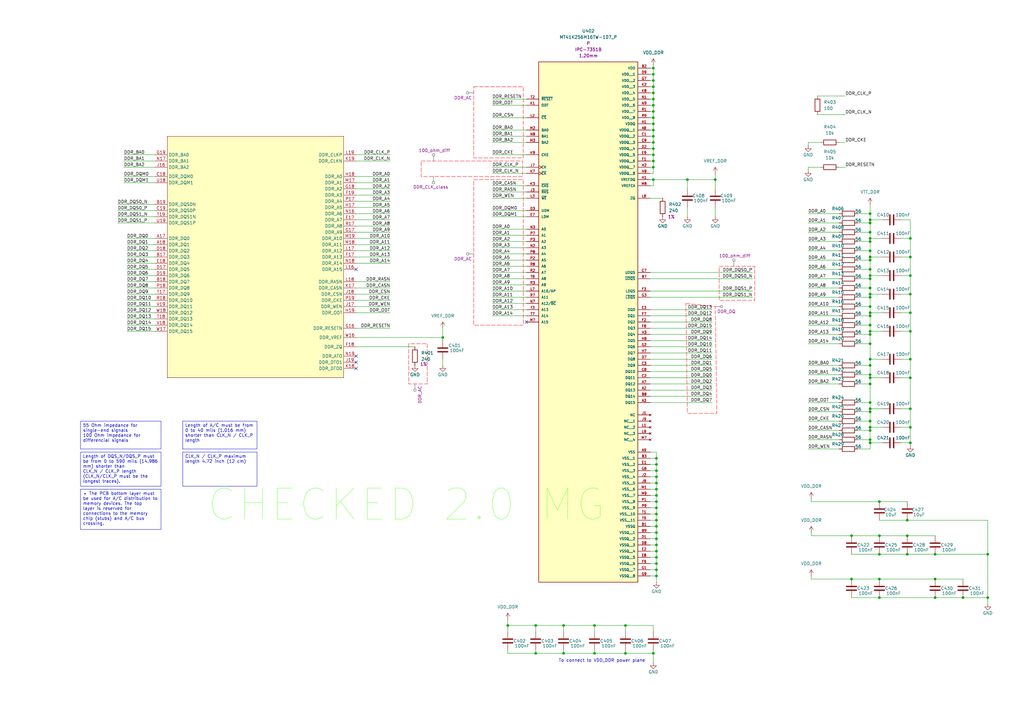
<source format=kicad_sch>
(kicad_sch (version 20250114) (generator "eeschema") (generator_version "9.0")
  (paper "A3")
  (title_block (title "DECKTRIX") (company "DECKTRIX-LAB") (comment 1 "Author: Mykola Grodskyi") (comment 2 "Copyright © 2025 Mykola Grodskyi.") (comment 3 "Licensed under CERN-OHL-S v2 (see LICENSE for details)") (comment 4 "PROVIDED \"AS IS\" WITHOUT WARRANTY OF ANY KIND") (comment 5 "Source: https://github.com/Decktrix-Lab/decktrix"))
  (text "To connect to VDD_DDR power plane" (at 246.888 271.018 0) (effects (font (size 1.27 1.27))))
  (text "CHECKED 2.0 MG\n" (at 166.624 207.264 0) (effects (font (size 12.7 12.7))))
  (text_box "Length of DQS_N/DQS_P must be from 0 to 590 mils (14.986 mm) shorter than\nCLK_N / CLK_P length (CLK_N/CLK_P must be the longest traces)." (at 33.02 185.42 0) (size 33.02 13.97) (margins 0.9525 0.9525 0.9525 0.9525) (effects (font (size 1.27 1.27)) (justify left top)))
  (text_box "• The PCB bottom layer must be used for A/C distribution to memory devices. The top\nlayer is reserved for connections to the memory chip (stubs) and A/C bus crossing." (at 33.02 200.66 0) (size 33.02 16.51) (margins 0.9525 0.9525 0.9525 0.9525) (effects (font (size 1.27 1.27)) (justify left top)))
  (text_box "CLK_N / CLK_P maximum length 4.72 inch (12 cm)" (at 74.93 185.42 0) (size 30.48 13.97) (margins 0.9525 0.9525 0.9525 0.9525) (effects (font (size 1.27 1.27)) (justify left top)))
  (text_box "55 Ohm impedance for single-end signals\n100 Ohm impedance for differencial signals" (at 33.02 172.72 0) (size 33.02 11.43) (margins 0.9525 0.9525 0.9525 0.9525) (effects (font (size 1.27 1.27)) (justify left top)))
  (text_box "Length of A/C must be from 0 to 40 mils (1.016 mm) shorter than CLK_N / CLK_P\nlength \n" (at 74.93 172.72 0) (size 30.48 11.43) (margins 0.9525 0.9525 0.9525 0.9525) (effects (font (size 1.27 1.27)) (justify left top)))
  (junction (at 267.97 60.96))
  (junction (at 356.87 172.72))
  (junction (at 269.24 193.04))
  (junction (at 269.24 233.68))
  (junction (at 267.97 73.66))
  (junction (at 269.24 200.66))
  (junction (at 373.38 181.61))
  (junction (at 349.25 237.49))
  (junction (at 356.87 165.1))
  (junction (at 269.24 205.74))
  (junction (at 269.24 187.96))
  (junction (at 231.14 256.54))
  (junction (at 269.24 223.52))
  (junction (at 269.24 210.82))
  (junction (at 356.87 106.68))
  (junction (at 373.38 135.89))
  (junction (at 267.97 68.58))
  (junction (at 267.97 27.94))
  (junction (at 394.97 245.11))
  (junction (at 356.87 168.91))
  (junction (at 356.87 181.61))
  (junction (at 356.87 133.35))
  (junction (at 356.87 97.79))
  (junction (at 356.87 95.25))
  (junction (at 256.54 267.97))
  (junction (at 293.37 73.66))
  (junction (at 356.87 118.11))
  (junction (at 360.68 219.71))
  (junction (at 219.71 256.54))
  (junction (at 373.38 154.94))
  (junction (at 356.87 147.32))
  (junction (at 267.97 35.56))
  (junction (at 373.38 120.65))
  (junction (at 383.54 227.33))
  (junction (at 269.24 220.98))
  (junction (at 383.54 245.11))
  (junction (at 269.24 208.28))
  (junction (at 356.87 175.26))
  (junction (at 267.97 66.04))
  (junction (at 269.24 195.58))
  (junction (at 356.87 128.27))
  (junction (at 349.25 219.71))
  (junction (at 181.61 138.43))
  (junction (at 356.87 110.49))
  (junction (at 356.87 157.48))
  (junction (at 356.87 167.64))
  (junction (at 372.11 227.33))
  (junction (at 243.84 267.97))
  (junction (at 356.87 87.63))
  (junction (at 267.97 40.64))
  (junction (at 373.38 147.32))
  (junction (at 269.24 198.12))
  (junction (at 373.38 113.03))
  (junction (at 269.24 226.06))
  (junction (at 372.11 213.36))
  (junction (at 243.84 256.54))
  (junction (at 360.68 205.74))
  (junction (at 373.38 128.27))
  (junction (at 267.97 45.72))
  (junction (at 356.87 154.94))
  (junction (at 356.87 114.3))
  (junction (at 373.38 97.79))
  (junction (at 269.24 231.14))
  (junction (at 356.87 113.03))
  (junction (at 269.24 190.5))
  (junction (at 267.97 63.5))
  (junction (at 269.24 218.44))
  (junction (at 356.87 129.54))
  (junction (at 383.54 237.49))
  (junction (at 267.97 30.48))
  (junction (at 356.87 149.86))
  (junction (at 405.13 227.33))
  (junction (at 356.87 90.17))
  (junction (at 360.68 227.33))
  (junction (at 372.11 219.71))
  (junction (at 356.87 99.06))
  (junction (at 267.97 267.97))
  (junction (at 267.97 50.8))
  (junction (at 373.38 175.26))
  (junction (at 356.87 105.41))
  (junction (at 269.24 228.6))
  (junction (at 267.97 43.18))
  (junction (at 269.24 215.9))
  (junction (at 373.38 167.64))
  (junction (at 267.97 33.02))
  (junction (at 256.54 256.54))
  (junction (at 356.87 120.65))
  (junction (at 281.94 73.66))
  (junction (at 208.28 256.54))
  (junction (at 360.68 245.11))
  (junction (at 356.87 125.73))
  (junction (at 356.87 137.16))
  (junction (at 267.97 53.34))
  (junction (at 269.24 203.2))
  (junction (at 356.87 180.34))
  (junction (at 269.24 213.36))
  (junction (at 356.87 140.97))
  (junction (at 373.38 105.41))
  (junction (at 267.97 38.1))
  (junction (at 219.71 267.97))
  (junction (at 269.24 236.22))
  (junction (at 267.97 48.26))
  (junction (at 267.97 58.42))
  (junction (at 231.14 267.97))
  (junction (at 360.68 237.49))
  (junction (at 356.87 91.44))
  (junction (at 356.87 153.67))
  (junction (at 356.87 176.53))
  (junction (at 405.13 245.11))
  (junction (at 356.87 102.87))
  (junction (at 356.87 121.92))
  (junction (at 267.97 55.88))
  (junction (at 356.87 135.89))
  (no_connect (at 146.05 110.49))
  (no_connect (at 215.9 132.08))
  (no_connect (at 146.05 148.59))
  (no_connect (at 146.05 151.13))
  (no_connect (at 146.05 146.05))
  (wire (pts (xy 269.24 205.74) (xy 269.24 208.28)))
  (wire (pts (xy 52.07 130.81) (xy 63.5 130.81)))
  (wire (pts (xy 331.47 184.15) (xy 344.17 184.15)))
  (wire (pts (xy 373.38 97.79) (xy 373.38 105.41)))
  (wire (pts (xy 281.94 73.66) (xy 281.94 77.47)))
  (wire (pts (xy 269.24 193.04) (xy 269.24 195.58)))
  (wire (pts (xy 52.07 115.57) (xy 63.5 115.57)))
  (wire (pts (xy 356.87 180.34) (xy 356.87 181.61)))
  (wire (pts (xy 356.87 95.25) (xy 356.87 97.79)))
  (wire (pts (xy 201.93 101.6) (xy 215.9 101.6)))
  (wire (pts (xy 256.54 256.54) (xy 256.54 259.08)))
  (wire (pts (xy 361.95 181.61) (xy 356.87 181.61)))
  (wire (pts (xy 383.54 245.11) (xy 394.97 245.11)))
  (wire (pts (xy 356.87 99.06) (xy 356.87 102.87)))
  (wire (pts (xy 360.68 245.11) (xy 383.54 245.11)))
  (wire (pts (xy 356.87 90.17) (xy 356.87 91.44)))
  (wire (pts (xy 266.7 149.86) (xy 292.1 149.86)))
  (wire (pts (xy 160.02 66.04) (xy 146.05 66.04)))
  (wire (pts (xy 267.97 30.48) (xy 267.97 33.02)))
  (wire (pts (xy 356.87 87.63) (xy 356.87 90.17)))
  (wire (pts (xy 331.47 176.53) (xy 344.17 176.53)))
  (wire (pts (xy 267.97 267.97) (xy 267.97 271.78)))
  (wire (pts (xy 356.87 114.3) (xy 351.79 114.3)))
  (wire (pts (xy 269.24 208.28) (xy 266.7 208.28)))
  (wire (pts (xy 356.87 106.68) (xy 356.87 110.49)))
  (wire (pts (xy 266.7 129.54) (xy 292.1 129.54)))
  (wire (pts (xy 331.47 68.58) (xy 336.55 68.58)))
  (wire (pts (xy 331.47 137.16) (xy 344.17 137.16)))
  (wire (pts (xy 373.38 135.89) (xy 373.38 147.32)))
  (wire (pts (xy 356.87 118.11) (xy 351.79 118.11)))
  (wire (pts (xy 269.24 198.12) (xy 266.7 198.12)))
  (wire (pts (xy 356.87 140.97) (xy 356.87 147.32)))
  (wire (pts (xy 269.24 213.36) (xy 269.24 215.9)))
  (wire (pts (xy 356.87 176.53) (xy 356.87 180.34)))
  (wire (pts (xy 356.87 97.79) (xy 356.87 99.06)))
  (wire (pts (xy 356.87 137.16) (xy 351.79 137.16)))
  (wire (pts (xy 269.24 226.06) (xy 266.7 226.06)))
  (wire (pts (xy 52.07 102.87) (xy 63.5 102.87)))
  (wire (pts (xy 48.26 86.36) (xy 63.5 86.36)))
  (wire (pts (xy 361.95 120.65) (xy 356.87 120.65)))
  (wire (pts (xy 356.87 110.49) (xy 351.79 110.49)))
  (wire (pts (xy 360.68 213.36) (xy 372.11 213.36)))
  (wire (pts (xy 361.95 97.79) (xy 356.87 97.79)))
  (wire (pts (xy 356.87 180.34) (xy 351.79 180.34)))
  (wire (pts (xy 160.02 102.87) (xy 146.05 102.87)))
  (wire (pts (xy 356.87 165.1) (xy 356.87 167.64)))
  (wire (pts (xy 373.38 128.27) (xy 369.57 128.27)))
  (wire (pts (xy 269.24 200.66) (xy 266.7 200.66)))
  (wire (pts (xy 266.7 139.7) (xy 292.1 139.7)))
  (wire (pts (xy 331.47 58.42) (xy 336.55 58.42)))
  (wire (pts (xy 372.11 227.33) (xy 383.54 227.33)))
  (wire (pts (xy 356.87 87.63) (xy 351.79 87.63)))
  (wire (pts (xy 356.87 129.54) (xy 356.87 133.35)))
  (wire (pts (xy 267.97 40.64) (xy 267.97 43.18)))
  (wire (pts (xy 201.93 86.36) (xy 215.9 86.36)))
  (wire (pts (xy 160.02 118.11) (xy 146.05 118.11)))
  (wire (pts (xy 267.97 43.18) (xy 267.97 45.72)))
  (wire (pts (xy 52.07 135.89) (xy 63.5 135.89)))
  (wire (pts (xy 394.97 245.11) (xy 405.13 245.11)))
  (wire (pts (xy 48.26 91.44) (xy 63.5 91.44)))
  (wire (pts (xy 383.54 237.49) (xy 394.97 237.49)))
  (wire (pts (xy 160.02 95.25) (xy 146.05 95.25)))
  (wire (pts (xy 266.7 157.48) (xy 292.1 157.48)))
  (wire (pts (xy 52.07 128.27) (xy 63.5 128.27)))
  (wire (pts (xy 267.97 27.94) (xy 266.7 27.94)))
  (wire (pts (xy 405.13 245.11) (xy 405.13 247.65)))
  (wire (pts (xy 269.24 195.58) (xy 266.7 195.58)))
  (wire (pts (xy 269.24 220.98) (xy 266.7 220.98)))
  (wire (pts (xy 266.7 134.62) (xy 292.1 134.62)))
  (wire (pts (xy 201.93 121.92) (xy 215.9 121.92)))
  (wire (pts (xy 267.97 68.58) (xy 267.97 71.12)))
  (wire (pts (xy 267.97 33.02) (xy 266.7 33.02)))
  (wire (pts (xy 269.24 185.42) (xy 269.24 187.96)))
  (wire (pts (xy 266.7 119.38) (xy 308.61 119.38)))
  (wire (pts (xy 269.24 223.52) (xy 266.7 223.52)))
  (wire (pts (xy 349.25 219.71) (xy 360.68 219.71)))
  (wire (pts (xy 269.24 220.98) (xy 269.24 223.52)))
  (wire (pts (xy 267.97 26.67) (xy 267.97 27.94)))
  (wire (pts (xy 267.97 55.88) (xy 266.7 55.88)))
  (wire (pts (xy 331.47 59.69) (xy 331.47 58.42)))
  (wire (pts (xy 372.11 219.71) (xy 383.54 219.71)))
  (wire (pts (xy 160.02 125.73) (xy 146.05 125.73)))
  (wire (pts (xy 266.7 73.66) (xy 267.97 73.66)))
  (wire (pts (xy 267.97 55.88) (xy 267.97 58.42)))
  (wire (pts (xy 267.97 266.7) (xy 267.97 267.97)))
  (wire (pts (xy 243.84 266.7) (xy 243.84 267.97)))
  (wire (pts (xy 52.07 118.11) (xy 63.5 118.11)))
  (wire (pts (xy 160.02 120.65) (xy 146.05 120.65)))
  (wire (pts (xy 160.02 82.55) (xy 146.05 82.55)))
  (wire (pts (xy 269.24 208.28) (xy 269.24 210.82)))
  (wire (pts (xy 356.87 181.61) (xy 356.87 184.15)))
  (wire (pts (xy 50.8 63.5) (xy 63.5 63.5)))
  (wire (pts (xy 269.24 226.06) (xy 269.24 228.6)))
  (wire (pts (xy 266.7 162.56) (xy 292.1 162.56)))
  (wire (pts (xy 344.17 68.58) (xy 346.71 68.58)))
  (wire (pts (xy 266.7 160.02) (xy 292.1 160.02)))
  (wire (pts (xy 281.94 73.66) (xy 293.37 73.66)))
  (wire (pts (xy 266.7 114.3) (xy 308.61 114.3)))
  (wire (pts (xy 256.54 266.7) (xy 256.54 267.97)))
  (wire (pts (xy 208.28 266.7) (xy 208.28 267.97)))
  (wire (pts (xy 267.97 40.64) (xy 266.7 40.64)))
  (wire (pts (xy 269.24 187.96) (xy 269.24 190.5)))
  (wire (pts (xy 181.61 134.62) (xy 181.61 138.43)))
  (wire (pts (xy 160.02 77.47) (xy 146.05 77.47)))
  (wire (pts (xy 331.47 106.68) (xy 344.17 106.68)))
  (wire (pts (xy 269.24 231.14) (xy 269.24 233.68)))
  (wire (pts (xy 160.02 115.57) (xy 146.05 115.57)))
  (wire (pts (xy 208.28 254) (xy 208.28 256.54)))
  (wire (pts (xy 373.38 154.94) (xy 369.57 154.94)))
  (wire (pts (xy 267.97 53.34) (xy 266.7 53.34)))
  (wire (pts (xy 373.38 154.94) (xy 373.38 167.64)))
  (wire (pts (xy 372.11 213.36) (xy 405.13 213.36)))
  (wire (pts (xy 266.7 144.78) (xy 292.1 144.78)))
  (wire (pts (xy 331.47 110.49) (xy 344.17 110.49)))
  (wire (pts (xy 160.02 107.95) (xy 146.05 107.95)))
  (wire (pts (xy 405.13 227.33) (xy 405.13 245.11)))
  (wire (pts (xy 160.02 128.27) (xy 146.05 128.27)))
  (wire (pts (xy 266.7 137.16) (xy 292.1 137.16)))
  (wire (pts (xy 267.97 63.5) (xy 266.7 63.5)))
  (wire (pts (xy 201.93 88.9) (xy 215.9 88.9)))
  (wire (pts (xy 356.87 147.32) (xy 356.87 149.86)))
  (wire (pts (xy 269.24 193.04) (xy 266.7 193.04)))
  (wire (pts (xy 201.93 81.28) (xy 215.9 81.28)))
  (wire (pts (xy 201.93 99.06) (xy 215.9 99.06)))
  (wire (pts (xy 361.95 147.32) (xy 356.87 147.32)))
  (wire (pts (xy 331.47 102.87) (xy 344.17 102.87)))
  (wire (pts (xy 356.87 128.27) (xy 356.87 129.54)))
  (wire (pts (xy 373.38 167.64) (xy 369.57 167.64)))
  (wire (pts (xy 266.7 127) (xy 292.1 127)))
  (wire (pts (xy 269.24 210.82) (xy 266.7 210.82)))
  (wire (pts (xy 52.07 100.33) (xy 63.5 100.33)))
  (wire (pts (xy 160.02 90.17) (xy 146.05 90.17)))
  (wire (pts (xy 269.24 236.22) (xy 269.24 238.76)))
  (wire (pts (xy 349.25 227.33) (xy 360.68 227.33)))
  (wire (pts (xy 231.14 267.97) (xy 243.84 267.97)))
  (wire (pts (xy 331.47 125.73) (xy 344.17 125.73)))
  (wire (pts (xy 266.7 165.1) (xy 292.1 165.1)))
  (wire (pts (xy 356.87 110.49) (xy 356.87 113.03)))
  (wire (pts (xy 208.28 267.97) (xy 219.71 267.97)))
  (wire (pts (xy 373.38 128.27) (xy 373.38 135.89)))
  (wire (pts (xy 356.87 125.73) (xy 351.79 125.73)))
  (wire (pts (xy 48.26 88.9) (xy 63.5 88.9)))
  (wire (pts (xy 361.95 154.94) (xy 356.87 154.94)))
  (wire (pts (xy 160.02 97.79) (xy 146.05 97.79)))
  (wire (pts (xy 256.54 256.54) (xy 267.97 256.54)))
  (wire (pts (xy 201.93 96.52) (xy 215.9 96.52)))
  (wire (pts (xy 269.24 190.5) (xy 266.7 190.5)))
  (wire (pts (xy 331.47 149.86) (xy 344.17 149.86)))
  (wire (pts (xy 50.8 66.04) (xy 63.5 66.04)))
  (wire (pts (xy 356.87 167.64) (xy 356.87 168.91)))
  (wire (pts (xy 219.71 266.7) (xy 219.71 267.97)))
  (wire (pts (xy 356.87 154.94) (xy 356.87 157.48)))
  (wire (pts (xy 356.87 157.48) (xy 356.87 165.1)))
  (wire (pts (xy 349.25 245.11) (xy 360.68 245.11)))
  (wire (pts (xy 356.87 149.86) (xy 351.79 149.86)))
  (wire (pts (xy 373.38 147.32) (xy 369.57 147.32)))
  (wire (pts (xy 332.74 219.71) (xy 349.25 219.71)))
  (wire (pts (xy 269.24 228.6) (xy 266.7 228.6)))
  (wire (pts (xy 160.02 123.19) (xy 146.05 123.19)))
  (wire (pts (xy 351.79 95.25) (xy 356.87 95.25)))
  (wire (pts (xy 267.97 38.1) (xy 266.7 38.1)))
  (wire (pts (xy 266.7 81.28) (xy 271.78 81.28)))
  (wire (pts (xy 160.02 74.93) (xy 146.05 74.93)))
  (wire (pts (xy 219.71 256.54) (xy 231.14 256.54)))
  (wire (pts (xy 269.24 213.36) (xy 266.7 213.36)))
  (wire (pts (xy 269.24 215.9) (xy 266.7 215.9)))
  (wire (pts (xy 267.97 53.34) (xy 267.97 55.88)))
  (wire (pts (xy 356.87 129.54) (xy 351.79 129.54)))
  (wire (pts (xy 373.38 175.26) (xy 369.57 175.26)))
  (wire (pts (xy 356.87 157.48) (xy 351.79 157.48)))
  (wire (pts (xy 356.87 102.87) (xy 356.87 105.41)))
  (wire (pts (xy 243.84 256.54) (xy 256.54 256.54)))
  (wire (pts (xy 52.07 105.41) (xy 63.5 105.41)))
  (wire (pts (xy 373.38 175.26) (xy 373.38 181.61)))
  (wire (pts (xy 266.7 142.24) (xy 292.1 142.24)))
  (wire (pts (xy 332.74 236.22) (xy 332.74 237.49)))
  (wire (pts (xy 201.93 93.98) (xy 215.9 93.98)))
  (wire (pts (xy 201.93 104.14) (xy 215.9 104.14)))
  (wire (pts (xy 201.93 48.26) (xy 215.9 48.26)))
  (wire (pts (xy 201.93 116.84) (xy 215.9 116.84)))
  (wire (pts (xy 267.97 76.2) (xy 267.97 73.66)))
  (wire (pts (xy 361.95 175.26) (xy 356.87 175.26)))
  (wire (pts (xy 373.38 90.17) (xy 369.57 90.17)))
  (wire (pts (xy 181.61 139.7) (xy 181.61 138.43)))
  (wire (pts (xy 201.93 63.5) (xy 215.9 63.5)))
  (wire (pts (xy 293.37 73.66) (xy 293.37 77.47)))
  (wire (pts (xy 356.87 113.03) (xy 356.87 114.3)))
  (wire (pts (xy 50.8 72.39) (xy 63.5 72.39)))
  (wire (pts (xy 269.24 203.2) (xy 269.24 205.74)))
  (wire (pts (xy 331.47 95.25) (xy 344.17 95.25)))
  (wire (pts (xy 201.93 124.46) (xy 215.9 124.46)))
  (wire (pts (xy 201.93 43.18) (xy 215.9 43.18)))
  (wire (pts (xy 201.93 114.3) (xy 215.9 114.3)))
  (wire (pts (xy 160.02 85.09) (xy 146.05 85.09)))
  (wire (pts (xy 373.38 113.03) (xy 369.57 113.03)))
  (wire (pts (xy 269.24 198.12) (xy 269.24 200.66)))
  (wire (pts (xy 281.94 88.9) (xy 281.94 85.09)))
  (wire (pts (xy 373.38 181.61) (xy 369.57 181.61)))
  (wire (pts (xy 331.47 165.1) (xy 344.17 165.1)))
  (wire (pts (xy 356.87 176.53) (xy 351.79 176.53)))
  (wire (pts (xy 351.79 99.06) (xy 356.87 99.06)))
  (wire (pts (xy 269.24 185.42) (xy 266.7 185.42)))
  (wire (pts (xy 356.87 184.15) (xy 351.79 184.15)))
  (wire (pts (xy 266.7 147.32) (xy 292.1 147.32)))
  (wire (pts (xy 373.38 120.65) (xy 369.57 120.65)))
  (wire (pts (xy 201.93 76.2) (xy 215.9 76.2)))
  (wire (pts (xy 361.95 128.27) (xy 356.87 128.27)))
  (wire (pts (xy 201.93 71.12) (xy 215.9 71.12)))
  (wire (pts (xy 201.93 55.88) (xy 215.9 55.88)))
  (wire (pts (xy 267.97 58.42) (xy 266.7 58.42)))
  (wire (pts (xy 267.97 33.02) (xy 267.97 35.56)))
  (wire (pts (xy 201.93 53.34) (xy 215.9 53.34)))
  (wire (pts (xy 293.37 88.9) (xy 293.37 85.09)))
  (wire (pts (xy 267.97 35.56) (xy 267.97 38.1)))
  (wire (pts (xy 361.95 105.41) (xy 356.87 105.41)))
  (wire (pts (xy 335.28 39.37) (xy 346.71 39.37)))
  (wire (pts (xy 373.38 181.61) (xy 373.38 182.88)))
  (wire (pts (xy 373.38 167.64) (xy 373.38 175.26)))
  (wire (pts (xy 360.68 227.33) (xy 372.11 227.33)))
  (wire (pts (xy 267.97 58.42) (xy 267.97 60.96)))
  (wire (pts (xy 269.24 228.6) (xy 269.24 231.14)))
  (wire (pts (xy 52.07 107.95) (xy 63.5 107.95)))
  (wire (pts (xy 332.74 218.44) (xy 332.74 219.71)))
  (wire (pts (xy 269.24 233.68) (xy 266.7 233.68)))
  (wire (pts (xy 331.47 140.97) (xy 344.17 140.97)))
  (wire (pts (xy 356.87 120.65) (xy 356.87 121.92)))
  (wire (pts (xy 373.38 90.17) (xy 373.38 97.79)))
  (wire (pts (xy 269.24 203.2) (xy 266.7 203.2)))
  (wire (pts (xy 269.24 231.14) (xy 266.7 231.14)))
  (wire (pts (xy 373.38 135.89) (xy 369.57 135.89)))
  (wire (pts (xy 267.97 66.04) (xy 266.7 66.04)))
  (wire (pts (xy 331.47 91.44) (xy 344.17 91.44)))
  (wire (pts (xy 219.71 256.54) (xy 219.71 259.08)))
  (wire (pts (xy 146.05 138.43) (xy 181.61 138.43)))
  (wire (pts (xy 332.74 204.47) (xy 332.74 205.74)))
  (wire (pts (xy 52.07 110.49) (xy 63.5 110.49)))
  (wire (pts (xy 356.87 135.89) (xy 356.87 137.16)))
  (wire (pts (xy 373.38 147.32) (xy 373.38 154.94)))
  (wire (pts (xy 267.97 60.96) (xy 266.7 60.96)))
  (wire (pts (xy 269.24 205.74) (xy 266.7 205.74)))
  (wire (pts (xy 269.24 218.44) (xy 269.24 220.98)))
  (wire (pts (xy 256.54 267.97) (xy 267.97 267.97)))
  (wire (pts (xy 231.14 256.54) (xy 243.84 256.54)))
  (wire (pts (xy 267.97 259.08) (xy 267.97 256.54)))
  (wire (pts (xy 52.07 125.73) (xy 63.5 125.73)))
  (wire (pts (xy 356.87 121.92) (xy 351.79 121.92)))
  (wire (pts (xy 219.71 267.97) (xy 231.14 267.97)))
  (wire (pts (xy 361.95 113.03) (xy 356.87 113.03)))
  (wire (pts (xy 356.87 102.87) (xy 351.79 102.87)))
  (wire (pts (xy 160.02 80.01) (xy 146.05 80.01)))
  (wire (pts (xy 331.47 180.34) (xy 344.17 180.34)))
  (wire (pts (xy 331.47 129.54) (xy 344.17 129.54)))
  (wire (pts (xy 267.97 43.18) (xy 266.7 43.18)))
  (wire (pts (xy 361.95 135.89) (xy 356.87 135.89)))
  (wire (pts (xy 267.97 35.56) (xy 266.7 35.56)))
  (wire (pts (xy 331.47 172.72) (xy 344.17 172.72)))
  (wire (pts (xy 361.95 90.17) (xy 356.87 90.17)))
  (wire (pts (xy 201.93 40.64) (xy 215.9 40.64)))
  (wire (pts (xy 356.87 137.16) (xy 356.87 140.97)))
  (wire (pts (xy 331.47 118.11) (xy 344.17 118.11)))
  (wire (pts (xy 146.05 142.24) (xy 170.18 142.24)))
  (wire (pts (xy 373.38 97.79) (xy 369.57 97.79)))
  (wire (pts (xy 356.87 105.41) (xy 356.87 106.68)))
  (wire (pts (xy 52.07 123.19) (xy 63.5 123.19)))
  (wire (pts (xy 356.87 153.67) (xy 356.87 154.94)))
  (wire (pts (xy 356.87 118.11) (xy 356.87 120.65)))
  (wire (pts (xy 267.97 27.94) (xy 267.97 30.48)))
  (wire (pts (xy 361.95 167.64) (xy 356.87 167.64)))
  (wire (pts (xy 331.47 99.06) (xy 344.17 99.06)))
  (wire (pts (xy 331.47 87.63) (xy 344.17 87.63)))
  (wire (pts (xy 267.97 45.72) (xy 266.7 45.72)))
  (wire (pts (xy 356.87 114.3) (xy 356.87 118.11)))
  (wire (pts (xy 356.87 106.68) (xy 351.79 106.68)))
  (wire (pts (xy 293.37 71.12) (xy 293.37 73.66)))
  (wire (pts (xy 331.47 153.67) (xy 344.17 153.67)))
  (wire (pts (xy 269.24 233.68) (xy 269.24 236.22)))
  (wire (pts (xy 267.97 48.26) (xy 267.97 50.8)))
  (wire (pts (xy 201.93 68.58) (xy 215.9 68.58)))
  (wire (pts (xy 160.02 87.63) (xy 146.05 87.63)))
  (wire (pts (xy 201.93 111.76) (xy 215.9 111.76)))
  (wire (pts (xy 267.97 63.5) (xy 267.97 66.04)))
  (wire (pts (xy 181.61 149.86) (xy 181.61 147.32)))
  (wire (pts (xy 267.97 38.1) (xy 267.97 40.64)))
  (wire (pts (xy 356.87 172.72) (xy 351.79 172.72)))
  (wire (pts (xy 331.47 121.92) (xy 344.17 121.92)))
  (wire (pts (xy 356.87 165.1) (xy 351.79 165.1)))
  (wire (pts (xy 373.38 105.41) (xy 369.57 105.41)))
  (wire (pts (xy 269.24 200.66) (xy 269.24 203.2)))
  (wire (pts (xy 356.87 175.26) (xy 356.87 176.53)))
  (wire (pts (xy 267.97 50.8) (xy 266.7 50.8)))
  (wire (pts (xy 373.38 113.03) (xy 373.38 120.65)))
  (wire (pts (xy 269.24 190.5) (xy 269.24 193.04)))
  (wire (pts (xy 266.7 111.76) (xy 308.61 111.76)))
  (wire (pts (xy 201.93 109.22) (xy 215.9 109.22)))
  (wire (pts (xy 356.87 172.72) (xy 356.87 175.26)))
  (wire (pts (xy 356.87 149.86) (xy 356.87 153.67)))
  (wire (pts (xy 331.47 168.91) (xy 344.17 168.91)))
  (wire (pts (xy 331.47 114.3) (xy 344.17 114.3)))
  (wire (pts (xy 356.87 91.44) (xy 356.87 95.25)))
  (wire (pts (xy 267.97 50.8) (xy 267.97 53.34)))
  (wire (pts (xy 52.07 120.65) (xy 63.5 120.65)))
  (wire (pts (xy 243.84 256.54) (xy 243.84 259.08)))
  (wire (pts (xy 269.24 187.96) (xy 266.7 187.96)))
  (wire (pts (xy 267.97 30.48) (xy 266.7 30.48)))
  (wire (pts (xy 266.7 76.2) (xy 267.97 76.2)))
  (wire (pts (xy 266.7 154.94) (xy 292.1 154.94)))
  (wire (pts (xy 48.26 83.82) (xy 63.5 83.82)))
  (wire (pts (xy 201.93 119.38) (xy 215.9 119.38)))
  (wire (pts (xy 360.68 205.74) (xy 372.11 205.74)))
  (wire (pts (xy 356.87 140.97) (xy 351.79 140.97)))
  (wire (pts (xy 50.8 68.58) (xy 63.5 68.58)))
  (wire (pts (xy 266.7 132.08) (xy 292.1 132.08)))
  (wire (pts (xy 269.24 236.22) (xy 266.7 236.22)))
  (wire (pts (xy 373.38 120.65) (xy 373.38 128.27)))
  (wire (pts (xy 373.38 105.41) (xy 373.38 113.03)))
  (wire (pts (xy 349.25 237.49) (xy 360.68 237.49)))
  (wire (pts (xy 331.47 157.48) (xy 344.17 157.48)))
  (wire (pts (xy 356.87 168.91) (xy 351.79 168.91)))
  (wire (pts (xy 267.97 45.72) (xy 267.97 48.26)))
  (wire (pts (xy 332.74 205.74) (xy 360.68 205.74)))
  (wire (pts (xy 267.97 48.26) (xy 266.7 48.26)))
  (wire (pts (xy 267.97 60.96) (xy 267.97 63.5)))
  (wire (pts (xy 160.02 105.41) (xy 146.05 105.41)))
  (wire (pts (xy 201.93 58.42) (xy 215.9 58.42)))
  (wire (pts (xy 383.54 227.33) (xy 405.13 227.33)))
  (wire (pts (xy 356.87 121.92) (xy 356.87 125.73)))
  (wire (pts (xy 52.07 133.35) (xy 63.5 133.35)))
  (wire (pts (xy 356.87 133.35) (xy 351.79 133.35)))
  (wire (pts (xy 231.14 256.54) (xy 231.14 259.08)))
  (wire (pts (xy 331.47 133.35) (xy 344.17 133.35)))
  (wire (pts (xy 201.93 129.54) (xy 215.9 129.54)))
  (wire (pts (xy 332.74 237.49) (xy 349.25 237.49)))
  (wire (pts (xy 267.97 66.04) (xy 267.97 68.58)))
  (wire (pts (xy 356.87 153.67) (xy 351.79 153.67)))
  (wire (pts (xy 269.24 215.9) (xy 269.24 218.44)))
  (wire (pts (xy 208.28 256.54) (xy 208.28 259.08)))
  (wire (pts (xy 50.8 74.93) (xy 63.5 74.93)))
  (wire (pts (xy 160.02 63.5) (xy 146.05 63.5)))
  (wire (pts (xy 160.02 72.39) (xy 146.05 72.39)))
  (wire (pts (xy 405.13 213.36) (xy 405.13 227.33)))
  (wire (pts (xy 360.68 219.71) (xy 372.11 219.71)))
  (wire (pts (xy 269.24 195.58) (xy 269.24 198.12)))
  (wire (pts (xy 267.97 73.66) (xy 281.94 73.66)))
  (wire (pts (xy 269.24 210.82) (xy 269.24 213.36)))
  (wire (pts (xy 269.24 223.52) (xy 269.24 226.06)))
  (wire (pts (xy 346.71 46.99) (xy 335.28 46.99)))
  (wire (pts (xy 344.17 58.42) (xy 346.71 58.42)))
  (wire (pts (xy 266.7 121.92) (xy 308.61 121.92)))
  (wire (pts (xy 201.93 106.68) (xy 215.9 106.68)))
  (wire (pts (xy 356.87 168.91) (xy 356.87 172.72)))
  (wire (pts (xy 201.93 127) (xy 215.9 127)))
  (wire (pts (xy 208.28 256.54) (xy 219.71 256.54)))
  (wire (pts (xy 201.93 78.74) (xy 215.9 78.74)))
  (wire (pts (xy 52.07 97.79) (xy 63.5 97.79)))
  (wire (pts (xy 160.02 100.33) (xy 146.05 100.33)))
  (wire (pts (xy 52.07 113.03) (xy 63.5 113.03)))
  (wire (pts (xy 160.02 134.62) (xy 146.05 134.62)))
  (wire (pts (xy 267.97 68.58) (xy 266.7 68.58)))
  (wire (pts (xy 360.68 237.49) (xy 383.54 237.49)))
  (wire (pts (xy 269.24 218.44) (xy 266.7 218.44)))
  (wire (pts (xy 351.79 91.44) (xy 356.87 91.44)))
  (wire (pts (xy 160.02 92.71) (xy 146.05 92.71)))
  (wire (pts (xy 331.47 69.85) (xy 331.47 68.58)))
  (wire (pts (xy 243.84 267.97) (xy 256.54 267.97)))
  (wire (pts (xy 266.7 152.4) (xy 292.1 152.4)))
  (wire (pts (xy 356.87 125.73) (xy 356.87 128.27)))
  (wire (pts (xy 356.87 133.35) (xy 356.87 135.89)))
  (wire (pts (xy 231.14 266.7) (xy 231.14 267.97)))
  (wire (pts (xy 267.97 71.12) (xy 266.7 71.12)))
  (wire (pts (xy 356.87 83.82) (xy 356.87 87.63)))
  (label "DDR_RASN" (at 201.93 78.74 0))
  (label "DDR_DQS0_P" (at 308.61 111.76 180))
  (label "DDR_DQ10" (at 52.07 123.19 0))
  (label "DDR_DQ9" (at 52.07 120.65 0))
  (label "DDR_A10" (at 331.47 125.73 0))
  (label "DDR_A12" (at 201.93 124.46 0))
  (label "DDR_CKE" (at 331.47 172.72 0))
  (label "DDR_DQ3" (at 52.07 105.41 0))
  (label "DDR_A1" (at 201.93 96.52 0))
  (label "DDR_CASN" (at 331.47 176.53 0))
  (label "DDR_ODT" (at 201.93 43.18 0))
  (label "DDR_BA0" (at 50.8 63.5 0))
  (label "DDR_DQ5" (at 52.07 110.49 0))
  (label "DDR_DQ2" (at 292.1 157.48 180))
  (label "DDR_A2" (at 160.02 77.47 180))
  (label "DDR_A8" (at 331.47 118.11 0))
  (label "DDR_DQ14" (at 292.1 139.7 180))
  (label "DDR_DQS1_P" (at 308.61 119.38 180))
  (label "DDR_A10" (at 201.93 119.38 0))
  (label "DDR_A3" (at 160.02 80.01 180))
  (label "DDR_A3" (at 331.47 99.06 0))
  (label "DDR_A9" (at 160.02 95.25 180))
  (label "DDR_DQ3" (at 292.1 160.02 180))
  (label "DDR_BA2" (at 50.8 68.58 0))
  (label "DDR_A14" (at 331.47 140.97 0))
  (label "DDR_CSN" (at 201.93 48.26 0))
  (label "DDR_A4" (at 160.02 82.55 180))
  (label "DDR_DQS1_P" (at 48.26 91.44 0))
  (label "DDR_CKE" (at 346.71 58.42 0))
  (label "DDR_A7" (at 331.47 114.3 0))
  (label "DDR_A5" (at 201.93 106.68 0))
  (label "DDR_A9" (at 331.47 121.92 0))
  (label "DDR_DQM0" (at 201.93 86.36 0))
  (label "DDR_DQ8" (at 52.07 118.11 0))
  (label "DDR_CASN" (at 201.93 76.2 0))
  (label "DDR_A4" (at 331.47 102.87 0))
  (label "DDR_CLK_N" (at 160.02 66.04 180))
  (label "DDR_DQ13" (at 292.1 127 180))
  (label "DDR_A3" (at 201.93 101.6 0))
  (label "DDR_RESETN" (at 160.02 134.62 180))
  (label "DDR_ODT" (at 160.02 128.27 180))
  (label "DDR_A0" (at 160.02 72.39 180))
  (label "DDR_DQ10" (at 292.1 142.24 180))
  (label "DDR_CLK_P" (at 160.02 63.5 180))
  (label "DDR_DQ0" (at 292.1 154.94 180))
  (label "DDR_CKE" (at 201.93 63.5 0))
  (label "DDR_WEN" (at 160.02 125.73 180))
  (label "DDR_DQ14" (at 52.07 133.35 0))
  (label "DDR_BA0" (at 331.47 149.86 0))
  (label "DDR_BA1" (at 50.8 66.04 0))
  (label "DDR_DQ11" (at 292.1 144.78 180))
  (label "DDR_BA1" (at 201.93 55.88 0))
  (label "DDR_A14" (at 201.93 129.54 0))
  (label "DDR_WEN" (at 331.47 184.15 0))
  (label "DDR_CLK_N" (at 346.71 46.99 0))
  (label "DDR_A8" (at 201.93 114.3 0))
  (label "DDR_DQ7" (at 52.07 115.57 0))
  (label "DDR_DQ7" (at 292.1 165.1 180))
  (label "DDR_CKE" (at 160.02 123.19 180))
  (label "DDR_DQ15" (at 292.1 134.62 180))
  (label "DDR_A6" (at 331.47 110.49 0))
  (label "DDR_DQ5" (at 292.1 152.4 180))
  (label "DDR_BA2" (at 331.47 157.48 0))
  (label "DDR_A1" (at 331.47 91.44 0))
  (label "DDR_A0" (at 331.47 87.63 0))
  (label "DDR_A2" (at 331.47 95.25 0))
  (label "DDR_DQ13" (at 52.07 130.81 0))
  (label "DDR_ODT" (at 331.47 165.1 0))
  (label "DDR_DQS1_N" (at 48.26 88.9 0))
  (label "DDR_DQ6" (at 52.07 113.03 0))
  (label "DDR_A13" (at 331.47 137.16 0))
  (label "DDR_DQ12" (at 52.07 128.27 0))
  (label "DDR_A14" (at 160.02 107.95 180))
  (label "DDR_DQ15" (at 52.07 135.89 0))
  (label "DDR_A1" (at 160.02 74.93 180))
  (label "DDR_DQS0_P" (at 48.26 86.36 0))
  (label "DDR_A11" (at 201.93 121.92 0))
  (label "DDR_CLK_P" (at 346.71 39.37 0))
  (label "DDR_A7" (at 160.02 90.17 180))
  (label "DDR_BA2" (at 201.93 58.42 0))
  (label "DDR_A2" (at 201.93 99.06 0))
  (label "DDR_A4" (at 201.93 104.14 0))
  (label "DDR_A5" (at 160.02 85.09 180))
  (label "DDR_A9" (at 201.93 116.84 0))
  (label "DDR_DQ2" (at 52.07 102.87 0))
  (label "DDR_A6" (at 160.02 87.63 180))
  (label "DDR_A8" (at 160.02 92.71 180))
  (label "DDR_A12" (at 160.02 102.87 180))
  (label "DDR_DQS0_N" (at 48.26 83.82 0))
  (label "DDR_A7" (at 201.93 111.76 0))
  (label "DDR_DQ0" (at 52.07 97.79 0))
  (label "DDR_DQ1" (at 292.1 149.86 180))
  (label "DDR_DQ8" (at 292.1 132.08 180))
  (label "DDR_A5" (at 331.47 106.68 0))
  (label "DDR_RASN" (at 160.02 115.57 180))
  (label "DDR_RESETN" (at 201.93 40.64 0))
  (label "DDR_A12" (at 331.47 133.35 0))
  (label "DDR_DQ11" (at 52.07 125.73 0))
  (label "DDR_CLK_P" (at 201.93 68.58 0))
  (label "DDR_CLK_N" (at 201.93 71.12 0))
  (label "DDR_DQS1_N" (at 308.61 121.92 180))
  (label "DDR_DQ9" (at 292.1 137.16 180))
  (label "DDR_CSN" (at 331.47 168.91 0))
  (label "DDR_A11" (at 331.47 129.54 0))
  (label "DDR_A11" (at 160.02 100.33 180))
  (label "DDR_DQM1" (at 201.93 88.9 0))
  (label "DDR_BA0" (at 201.93 53.34 0))
  (label "DDR_A10" (at 160.02 97.79 180))
  (label "DDR_CASN" (at 160.02 118.11 180))
  (label "DDR_DQ6" (at 292.1 147.32 180))
  (label "DDR_DQ4" (at 52.07 107.95 0))
  (label "DDR_CSN" (at 160.02 120.65 180))
  (label "DDR_DQM0" (at 50.8 72.39 0))
  (label "DDR_DQ1" (at 52.07 100.33 0))
  (label "DDR_RASN" (at 331.47 180.34 0))
  (label "DDR_A6" (at 201.93 109.22 0))
  (label "DDR_DQ4" (at 292.1 162.56 180))
  (label "DDR_WEN" (at 201.93 81.28 0))
  (label "DDR_DQ12" (at 292.1 129.54 180))
  (label "DDR_DQM1" (at 50.8 74.93 0))
  (label "DDR_A13" (at 160.02 105.41 180))
  (label "DDR_DQS0_N" (at 308.61 114.3 180))
  (label "DDR_A0" (at 201.93 93.98 0))
  (label "DDR_A13" (at 201.93 127 0))
  (label "DDR_RESETN" (at 346.71 68.58 0))
  (label "DDR_BA1" (at 331.47 153.67 0))
  (rule_area (polyline (pts (xy 194.31 73.66) (xy 214.63 73.66) (xy 214.63 133.35) (xy 194.31 133.35)) (stroke (width 0) (type dash))))
  (rule_area (polyline (pts (xy 167.64 140.97) (xy 167.64 157.48) (xy 175.26 157.48) (xy 175.26 140.97)) (stroke (width 0) (type dash))))
  (rule_area (polyline (pts (xy 294.9575 109.22) (xy 309.5625 109.22) (xy 309.5625 123.19) (xy 294.9575 123.19)) (stroke (width 0) (type dash))))
  (rule_area (polyline (pts (xy 172.72 66.04) (xy 214.3125 66.04) (xy 214.3125 72.39) (xy 172.72 72.39)) (stroke (width 0) (type dash))))
  (rule_area (polyline (pts (xy 281.305 124.46) (xy 293.37 125.73) (xy 294.005 169.545) (xy 281.94 169.545)) (stroke (width 0) (type dash))))
  (rule_area (polyline (pts (xy 194.31 35.56) (xy 214.63 35.56) (xy 214.63 64.77) (xy 194.31 64.77)) (stroke (width 0) (type dash))))
  (netclass_flag "" (length 2.54) (shape round) (at 177.8 66.04 0) (property "Netclass" "100_ohm_diff" (at 171.704 61.722 0) (effects (justify left))))
  (netclass_flag "" (length 2.54) (shape round) (at 177.8 72.39 180) (property "Netclass" "DDR_CLK_class" (at 183.896 76.708 0) (effects (justify right))))
  (netclass_flag "" (length 2.54) (shape round) (at 170.18 157.48 180) (property "Netclass" "DDR_AC" (at 172.212 158.242 90) (effects (justify right))))
  (netclass_flag "" (length 2.54) (shape round) (at 194.31 104.14 90) (property "Netclass" "DDR_AC" (at 193.548 106.172 0) (effects (justify right))))
  (netclass_flag "" (length 2.54) (shape round) (at 293.37 125.73 270) (property "Netclass" "DDR_DQ" (at 294.132 127.762 0) (effects (justify left))))
  (netclass_flag "" (length 2.54) (shape round) (at 300.99 109.22 0) (property "Netclass" "100_ohm_diff" (at 294.894 104.902 0) (effects (justify left))))
  (netclass_flag "" (length 2.54) (shape round) (at 194.31 38.1 90) (property "Netclass" "DDR_AC" (at 193.548 40.132 0) (effects (justify right))))
  (symbol (lib_id "power:GND") (at 267.97 271.78 0) (unit 1)
    (property "Reference" "#PWR0406" (effects (hide yes)))
    (property "Value" "GND" (at 267.97 275.59 0))
    (property "Description" "Power symbol creates a global label with name \"GND\" , ground" (effects (hide yes)))
  )
  (symbol (lib_id "power:+36V") (at 332.74 236.22 0) (unit 1)
    (property "Reference" "#PWR0416" (effects (hide yes)))
    (property "Value" "VDD_DDR" (at 332.74 231.14 0))
    (property "Description" "Power symbol creates a global label with name \"+36V\"" (effects (hide yes)))
  )
  (symbol (lib_id "Device:R") (at 347.98 165.1 90) (unit 1)
    (property "Reference" "R424" (at 343.662 163.068 90))
    (property "Value" "56" (at 352.044 164.084 90))
    (property "Footprint" "Resistor_SMD:R_0402_1005Metric" (effects (hide yes)))
    (property "Description" "Resistor" (effects (hide yes)))
    (property "LCSC Part #" "C25127" (effects (hide yes)))
  )
  (symbol (lib_id "power:GND") (at 170.18 149.86 0) (unit 1)
    (property "Reference" "#PWR0401" (effects (hide yes)))
    (property "Value" "GND" (at 170.18 153.67 0))
    (property "Description" "Power symbol creates a global label with name \"GND\" , ground" (effects (hide yes)))
  )
  (symbol (lib_id "power:GND") (at 331.47 69.85 0) (unit 1)
    (property "Reference" "#PWR0413" (effects (hide yes)))
    (property "Value" "GND" (at 331.47 73.66 0))
    (property "Description" "Power symbol creates a global label with name \"GND\" , ground" (effects (hide yes)))
  )
  (symbol (lib_id "power:+36V") (at 208.28 254 0) (unit 1)
    (property "Reference" "#PWR0404" (effects (hide yes)))
    (property "Value" "VDD_DDR" (at 208.28 248.92 0))
    (property "Description" "Power symbol creates a global label with name \"+36V\"" (effects (hide yes)))
  )
  (symbol (lib_id "Device:R") (at 335.28 43.18 0) (unit 1)
    (property "Reference" "R403" (at 337.82 41.9099 0) (effects (justify left)))
    (property "Value" "100" (at 337.82 44.4499 0) (effects (justify left)))
    (property "Footprint" "Resistor_SMD:R_0402_1005Metric" (effects (hide yes)))
    (property "Description" "Resistor" (effects (hide yes)))
    (property "LCSC Part #" "C25076" (effects (hide yes)))
  )
  (symbol (lib_id "Device:C") (at 372.11 209.55 180) (unit 1)
    (property "Reference" "C427" (at 376.428 209.042 0))
    (property "Value" "10uF" (at 376.936 211.074 0))
    (property "Footprint" "Capacitor_SMD:C_0603_1608Metric" (effects (hide yes)))
    (property "Description" "Unpolarized capacitor" (effects (hide yes)))
    (property "Mouser P/N" "81-GRT188R61A106KE3D" (effects (hide yes)))
    (property "LCSC Part #" "C96446" (effects (hide yes)))
    (property "REC P/N" "GRT188R61A106KE13D" (effects (hide yes)))
  )
  (symbol (lib_id "Device:C") (at 349.25 241.3 180) (unit 1)
    (property "Reference" "C423" (at 354.076 241.3 0))
    (property "Value" "100nF" (at 355.092 243.332 0))
    (property "Footprint" "lib:C_0402_small" (effects (hide yes)))
    (property "Description" "Unpolarized capacitor" (effects (hide yes)))
    (property "Mouser P/N" "81-GRM155R61E104KA7J" (effects (hide yes)))
    (property "LCSC Part #" "C307331" (effects (hide yes)))
    (property "REC P/N" " GRM155R61E104KA87J" (effects (hide yes)))
  )
  (symbol (lib_id "Device:C") (at 365.76 135.89 90) (unit 1)
    (property "Reference" "C416" (at 362.204 133.858 90))
    (property "Value" "100nF" (at 370.332 133.858 90))
    (property "Footprint" "lib:C_0402_small" (effects (hide yes)))
    (property "Description" "Unpolarized capacitor" (effects (hide yes)))
    (property "Mouser P/N" "81-GRM155R61E104KA7J" (effects (hide yes)))
    (property "LCSC Part #" "C307331" (effects (hide yes)))
    (property "REC P/N" " GRM155R61E104KA87J" (effects (hide yes)))
  )
  (symbol (lib_id "Device:C") (at 365.76 113.03 90) (unit 1)
    (property "Reference" "C413" (at 362.204 110.998 90))
    (property "Value" "100nF" (at 370.332 110.998 90))
    (property "Footprint" "lib:C_0402_small" (effects (hide yes)))
    (property "Description" "Unpolarized capacitor" (effects (hide yes)))
    (property "Mouser P/N" "81-GRM155R61E104KA7J" (effects (hide yes)))
    (property "LCSC Part #" "C307331" (effects (hide yes)))
    (property "REC P/N" " GRM155R61E104KA87J" (effects (hide yes)))
  )
  (symbol (lib_id "Device:C") (at 365.76 97.79 90) (unit 1)
    (property "Reference" "C411" (at 362.204 95.758 90))
    (property "Value" "100nF" (at 370.332 95.758 90))
    (property "Footprint" "lib:C_0402_small" (effects (hide yes)))
    (property "Description" "Unpolarized capacitor" (effects (hide yes)))
    (property "Mouser P/N" "81-GRM155R61E104KA7J" (effects (hide yes)))
    (property "LCSC Part #" "C307331" (effects (hide yes)))
    (property "REC P/N" " GRM155R61E104KA87J" (effects (hide yes)))
  )
  (symbol (lib_id "Device:C") (at 365.76 154.94 90) (unit 1)
    (property "Reference" "C418" (at 362.204 152.908 90))
    (property "Value" "100nF" (at 370.332 152.908 90))
    (property "Footprint" "lib:C_0402_small" (effects (hide yes)))
    (property "Description" "Unpolarized capacitor" (effects (hide yes)))
    (property "Mouser P/N" "81-GRM155R61E104KA7J" (effects (hide yes)))
    (property "LCSC Part #" "C307331" (effects (hide yes)))
    (property "REC P/N" " GRM155R61E104KA87J" (effects (hide yes)))
  )
  (symbol (lib_id "Device:C") (at 181.61 143.51 180) (unit 1)
    (property "Reference" "C401" (at 186.436 141.732 0))
    (property "Value" "100nF" (at 187.452 143.764 0))
    (property "Footprint" "lib:C_0402_small" (effects (hide yes)))
    (property "Description" "Unpolarized capacitor" (effects (hide yes)))
    (property "Mouser P/N" "81-GRM155R61E104KA7J" (effects (hide yes)))
    (property "LCSC Part #" "C307331" (effects (hide yes)))
    (property "REC P/N" " GRM155R61E104KA87J" (effects (hide yes)))
  )
  (symbol (lib_id "Device:C") (at 394.97 241.3 180) (unit 1)
    (property "Reference" "C431" (at 399.796 241.3 0))
    (property "Value" "100nF" (at 400.812 243.332 0))
    (property "Footprint" "lib:C_0402_small" (effects (hide yes)))
    (property "Description" "Unpolarized capacitor" (effects (hide yes)))
    (property "Mouser P/N" "81-GRM155R61E104KA7J" (effects (hide yes)))
    (property "LCSC Part #" "C307331" (effects (hide yes)))
    (property "REC P/N" " GRM155R61E104KA87J" (effects (hide yes)))
  )
  (symbol (lib_id "power:+36V") (at 293.37 71.12 0) (unit 1)
    (property "Reference" "#PWR0410" (effects (hide yes)))
    (property "Value" "VREF_DDR" (at 293.37 66.04 0))
    (property "Description" "Power symbol creates a global label with name \"+36V\"" (effects (hide yes)))
  )
  (symbol (lib_id "Device:C") (at 267.97 262.89 180) (unit 1)
    (property "Reference" "C407" (at 272.796 262.89 0))
    (property "Value" "100nF" (at 273.812 264.922 0))
    (property "Footprint" "lib:C_0402_small" (effects (hide yes)))
    (property "Description" "Unpolarized capacitor" (effects (hide yes)))
    (property "Mouser P/N" "81-GRM155R61E104KA7J" (effects (hide yes)))
    (property "LCSC Part #" "C307331" (effects (hide yes)))
    (property "REC P/N" " GRM155R61E104KA87J" (effects (hide yes)))
  )
  (symbol (lib_id "Device:R") (at 347.98 125.73 90) (unit 1)
    (property "Reference" "R416" (at 343.662 123.698 90))
    (property "Value" "56" (at 352.044 124.714 90))
    (property "Footprint" "Resistor_SMD:R_0402_1005Metric" (effects (hide yes)))
    (property "Description" "Resistor" (effects (hide yes)))
    (property "LCSC Part #" "C25127" (effects (hide yes)))
  )
  (symbol (lib_id "MT41K256M16TW-107_P:MT41K256M16TW-107_P") (at 241.3 81.28 0) (unit 1)
    (property "Reference" "U402" (at 241.3 12.7 0))
    (property "Value" "MT41K256M16TW-107_P" (at 241.3 15.24 0))
    (property "Footprint" "lib:BGA96C80P9X16_1400X800X120" (effects (hide yes)))
    (property "MANUFACTURER" "Micron" (effects (hide yes)))
    (property "Mouser P/N" "340-265846-TRAY" (effects (hide yes)))
    (property "PARTREV" "P" (at 241.3 17.78 0))
    (property "STANDARD" "IPC-7351B" (at 241.3 20.32 0))
    (property "MAXIMUM_PACKAGE_HEIGHT" "1.20mm" (at 241.3 22.86 0))
    (property "LCSC Part #" "C253882" (effects (hide yes)))
    (property "REC P/N" "MT41K256M16TW-107:P" (effects (hide yes)))
  )
  (symbol (lib_id "Device:R") (at 347.98 157.48 90) (unit 1)
    (property "Reference" "R423" (at 343.662 155.448 90))
    (property "Value" "56" (at 352.044 156.464 90))
    (property "Footprint" "Resistor_SMD:R_0402_1005Metric" (effects (hide yes)))
    (property "Description" "Resistor" (effects (hide yes)))
    (property "LCSC Part #" "C25127" (effects (hide yes)))
  )
  (symbol (lib_id "Device:R") (at 347.98 180.34 90) (unit 1)
    (property "Reference" "R428" (at 343.662 178.308 90))
    (property "Value" "56" (at 352.044 179.324 90))
    (property "Footprint" "Resistor_SMD:R_0402_1005Metric" (effects (hide yes)))
    (property "Description" "Resistor" (effects (hide yes)))
    (property "LCSC Part #" "C25127" (effects (hide yes)))
  )
  (symbol (lib_id "power:GND") (at 373.38 182.88 0) (unit 1)
    (property "Reference" "#PWR0418" (effects (hide yes)))
    (property "Value" "GND" (at 373.38 186.69 0))
    (property "Description" "Power symbol creates a global label with name \"GND\" , ground" (effects (hide yes)))
  )
  (symbol (lib_id "power:+36V") (at 332.74 204.47 0) (unit 1)
    (property "Reference" "#PWR0414" (effects (hide yes)))
    (property "Value" "VDD_DDR" (at 332.74 199.39 0))
    (property "Description" "Power symbol creates a global label with name \"+36V\"" (effects (hide yes)))
  )
  (symbol (lib_id "Device:R") (at 347.98 95.25 90) (unit 1)
    (property "Reference" "R408" (at 343.662 93.218 90))
    (property "Value" "56" (at 352.044 94.234 90))
    (property "Footprint" "Resistor_SMD:R_0402_1005Metric" (effects (hide yes)))
    (property "Description" "Resistor" (effects (hide yes)))
    (property "LCSC Part #" "C25127" (effects (hide yes)))
  )
  (symbol (lib_id "Device:R") (at 271.78 85.09 0) (unit 1)
    (property "Reference" "R402" (at 274.32 83.8199 0) (effects (justify left)))
    (property "Value" "240" (at 274.32 86.3599 0) (effects (justify left)))
    (property "Footprint" "Resistor_SMD:R_0402_1005Metric" (effects (hide yes)))
    (property "Description" "Resistor" (effects (hide yes)))
    (property "TOL" "1%" (at 275.336 88.9 0))
    (property "LCSC Part #" "C25094" (effects (hide yes)))
  )
  (symbol (lib_id "Device:R") (at 347.98 153.67 90) (unit 1)
    (property "Reference" "R422" (at 343.662 151.638 90))
    (property "Value" "56" (at 352.044 152.654 90))
    (property "Footprint" "Resistor_SMD:R_0402_1005Metric" (effects (hide yes)))
    (property "Description" "Resistor" (effects (hide yes)))
    (property "LCSC Part #" "C25127" (effects (hide yes)))
  )
  (symbol (lib_id "power:GND") (at 271.78 88.9 0) (unit 1)
    (property "Reference" "#PWR0408" (effects (hide yes)))
    (property "Value" "GND" (at 271.78 92.71 0))
    (property "Description" "Power symbol creates a global label with name \"GND\" , ground" (effects (hide yes)))
  )
  (symbol (lib_id "power:+36V") (at 356.87 83.82 0) (unit 1)
    (property "Reference" "#PWR0417" (effects (hide yes)))
    (property "Value" "VTT_DDR" (at 356.87 78.74 0))
    (property "Description" "Power symbol creates a global label with name \"+36V\"" (effects (hide yes)))
  )
  (symbol (lib_id "Device:C") (at 360.68 209.55 180) (unit 1)
    (property "Reference" "C424" (at 364.998 209.042 0))
    (property "Value" "10uF" (at 365.506 211.074 0))
    (property "Footprint" "Capacitor_SMD:C_0603_1608Metric" (effects (hide yes)))
    (property "Description" "Unpolarized capacitor" (effects (hide yes)))
    (property "Mouser P/N" "81-GRT188R61A106KE3D" (effects (hide yes)))
    (property "LCSC Part #" "C96446" (effects (hide yes)))
    (property "REC P/N" "GRT188R61A106KE13D" (effects (hide yes)))
  )
  (symbol (lib_id "Device:C") (at 372.11 223.52 180) (unit 1)
    (property "Reference" "C428" (at 376.936 223.52 0))
    (property "Value" "100nF" (at 377.952 225.552 0))
    (property "Footprint" "lib:C_0402_small" (effects (hide yes)))
    (property "Description" "Unpolarized capacitor" (effects (hide yes)))
    (property "Mouser P/N" "81-GRM155R61E104KA7J" (effects (hide yes)))
    (property "LCSC Part #" "C307331" (effects (hide yes)))
    (property "REC P/N" " GRM155R61E104KA87J" (effects (hide yes)))
  )
  (symbol (lib_id "Device:R") (at 347.98 137.16 90) (unit 1)
    (property "Reference" "R419" (at 343.662 135.128 90))
    (property "Value" "56" (at 352.044 136.144 90))
    (property "Footprint" "Resistor_SMD:R_0402_1005Metric" (effects (hide yes)))
    (property "Description" "Resistor" (effects (hide yes)))
    (property "LCSC Part #" "C25127" (effects (hide yes)))
  )
  (symbol (lib_id "Device:R") (at 347.98 176.53 90) (unit 1)
    (property "Reference" "R427" (at 343.662 174.498 90))
    (property "Value" "56" (at 352.044 175.514 90))
    (property "Footprint" "Resistor_SMD:R_0402_1005Metric" (effects (hide yes)))
    (property "Description" "Resistor" (effects (hide yes)))
    (property "LCSC Part #" "C25127" (effects (hide yes)))
  )
  (symbol (lib_id "power:+36V") (at 267.97 26.67 0) (unit 1)
    (property "Reference" "#PWR0405" (effects (hide yes)))
    (property "Value" "VDD_DDR" (at 267.97 21.59 0))
    (property "Description" "Power symbol creates a global label with name \"+36V\"" (effects (hide yes)))
  )
  (symbol (lib_id "Device:R") (at 347.98 87.63 90) (unit 1)
    (property "Reference" "R406" (at 343.662 85.598 90))
    (property "Value" "56" (at 352.044 86.614 90))
    (property "Footprint" "Resistor_SMD:R_0402_1005Metric" (effects (hide yes)))
    (property "Description" "Resistor" (effects (hide yes)))
    (property "LCSC Part #" "C25127" (effects (hide yes)))
  )
  (symbol (lib_id "Device:C") (at 365.76 120.65 90) (unit 1)
    (property "Reference" "C414" (at 362.204 118.618 90))
    (property "Value" "100nF" (at 370.332 118.618 90))
    (property "Footprint" "lib:C_0402_small" (effects (hide yes)))
    (property "Description" "Unpolarized capacitor" (effects (hide yes)))
    (property "Mouser P/N" "81-GRM155R61E104KA7J" (effects (hide yes)))
    (property "LCSC Part #" "C307331" (effects (hide yes)))
    (property "REC P/N" " GRM155R61E104KA87J" (effects (hide yes)))
  )
  (symbol (lib_id "power:+36V") (at 181.61 134.62 0) (unit 1)
    (property "Reference" "#PWR0402" (effects (hide yes)))
    (property "Value" "VREF_DDR" (at 181.61 129.54 0))
    (property "Description" "Power symbol creates a global label with name \"+36V\"" (effects (hide yes)))
  )
  (symbol (lib_id "Device:R") (at 347.98 133.35 90) (unit 1)
    (property "Reference" "R418" (at 343.662 131.318 90))
    (property "Value" "56" (at 352.044 132.334 90))
    (property "Footprint" "Resistor_SMD:R_0402_1005Metric" (effects (hide yes)))
    (property "Description" "Resistor" (effects (hide yes)))
    (property "LCSC Part #" "C25127" (effects (hide yes)))
  )
  (symbol (lib_id "Device:C") (at 383.54 223.52 180) (unit 1)
    (property "Reference" "C429" (at 388.366 223.52 0))
    (property "Value" "100nF" (at 389.382 225.552 0))
    (property "Footprint" "lib:C_0402_small" (effects (hide yes)))
    (property "Description" "Unpolarized capacitor" (effects (hide yes)))
    (property "Mouser P/N" "81-GRM155R61E104KA7J" (effects (hide yes)))
    (property "LCSC Part #" "C307331" (effects (hide yes)))
    (property "REC P/N" " GRM155R61E104KA87J" (effects (hide yes)))
  )
  (symbol (lib_id "Device:R") (at 347.98 140.97 90) (unit 1)
    (property "Reference" "R420" (at 343.662 138.938 90))
    (property "Value" "56" (at 352.044 139.954 90))
    (property "Footprint" "Resistor_SMD:R_0402_1005Metric" (effects (hide yes)))
    (property "Description" "Resistor" (effects (hide yes)))
    (property "LCSC Part #" "C25127" (effects (hide yes)))
  )
  (symbol (lib_id "Device:R") (at 340.36 58.42 90) (unit 1)
    (property "Reference" "R404" (at 340.36 52.07 90))
    (property "Value" "10k" (at 340.36 54.61 90))
    (property "Footprint" "Resistor_SMD:R_0402_1005Metric" (effects (hide yes)))
    (property "Description" "Resistor" (effects (hide yes)))
    (property "LCSC Part #" "C25744" (effects (hide yes)))
  )
  (symbol (lib_id "Device:C") (at 219.71 262.89 180) (unit 1)
    (property "Reference" "C403" (at 224.536 262.89 0))
    (property "Value" "100nF" (at 225.552 264.922 0))
    (property "Footprint" "lib:C_0402_small" (effects (hide yes)))
    (property "Description" "Unpolarized capacitor" (effects (hide yes)))
    (property "Mouser P/N" "81-GRM155R61E104KA7J" (effects (hide yes)))
    (property "LCSC Part #" "C307331" (effects (hide yes)))
    (property "REC P/N" " GRM155R61E104KA87J" (effects (hide yes)))
  )
  (symbol (lib_id "Device:R") (at 347.98 110.49 90) (unit 1)
    (property "Reference" "R412" (at 343.662 108.458 90))
    (property "Value" "56" (at 352.044 109.474 90))
    (property "Footprint" "Resistor_SMD:R_0402_1005Metric" (effects (hide yes)))
    (property "Description" "Resistor" (effects (hide yes)))
    (property "LCSC Part #" "C25127" (effects (hide yes)))
  )
  (symbol (lib_id "Device:R") (at 340.36 68.58 90) (unit 1)
    (property "Reference" "R405" (at 340.36 62.23 90))
    (property "Value" "10k" (at 340.36 64.77 90))
    (property "Footprint" "Resistor_SMD:R_0402_1005Metric" (effects (hide yes)))
    (property "Description" "Resistor" (effects (hide yes)))
    (property "LCSC Part #" "C25744" (effects (hide yes)))
  )
  (symbol (lib_id "Device:C") (at 365.76 128.27 90) (unit 1)
    (property "Reference" "C415" (at 362.204 126.238 90))
    (property "Value" "100nF" (at 370.332 126.238 90))
    (property "Footprint" "lib:C_0402_small" (effects (hide yes)))
    (property "Description" "Unpolarized capacitor" (effects (hide yes)))
    (property "Mouser P/N" "81-GRM155R61E104KA7J" (effects (hide yes)))
    (property "LCSC Part #" "C307331" (effects (hide yes)))
    (property "REC P/N" " GRM155R61E104KA87J" (effects (hide yes)))
  )
  (symbol (lib_id "Device:R") (at 170.18 146.05 0) (unit 1)
    (property "Reference" "R401" (at 172.72 144.7799 0) (effects (justify left)))
    (property "Value" "240" (at 172.72 147.3199 0) (effects (justify left)))
    (property "Footprint" "Resistor_SMD:R_0402_1005Metric" (effects (hide yes)))
    (property "Description" "Resistor" (effects (hide yes)))
    (property "Field6" "1%" (at 173.736 149.352 0))
    (property "LCSC Part #" "C25094" (effects (hide yes)))
  )
  (symbol (lib_id "Device:C") (at 365.76 167.64 90) (unit 1)
    (property "Reference" "C419" (at 362.204 165.608 90))
    (property "Value" "100nF" (at 370.332 165.608 90))
    (property "Footprint" "lib:C_0402_small" (effects (hide yes)))
    (property "Description" "Unpolarized capacitor" (effects (hide yes)))
    (property "Mouser P/N" "81-GRM155R61E104KA7J" (effects (hide yes)))
    (property "LCSC Part #" "C307331" (effects (hide yes)))
    (property "REC P/N" " GRM155R61E104KA87J" (effects (hide yes)))
  )
  (symbol (lib_id "Device:R") (at 347.98 106.68 90) (unit 1)
    (property "Reference" "R411" (at 343.662 104.648 90))
    (property "Value" "56" (at 352.044 105.664 90))
    (property "Footprint" "Resistor_SMD:R_0402_1005Metric" (effects (hide yes)))
    (property "Description" "Resistor" (effects (hide yes)))
    (property "LCSC Part #" "C25127" (effects (hide yes)))
  )
  (symbol (lib_id "Device:R") (at 347.98 172.72 90) (unit 1)
    (property "Reference" "R426" (at 343.662 170.688 90))
    (property "Value" "56" (at 352.044 171.704 90))
    (property "Footprint" "Resistor_SMD:R_0402_1005Metric" (effects (hide yes)))
    (property "Description" "Resistor" (effects (hide yes)))
    (property "LCSC Part #" "C25127" (effects (hide yes)))
  )
  (symbol (lib_id "Device:C") (at 243.84 262.89 180) (unit 1)
    (property "Reference" "C405" (at 248.666 262.89 0))
    (property "Value" "100nF" (at 249.682 264.922 0))
    (property "Footprint" "lib:C_0402_small" (effects (hide yes)))
    (property "Description" "Unpolarized capacitor" (effects (hide yes)))
    (property "Mouser P/N" "81-GRM155R61E104KA7J" (effects (hide yes)))
    (property "LCSC Part #" "C307331" (effects (hide yes)))
    (property "REC P/N" " GRM155R61E104KA87J" (effects (hide yes)))
  )
  (symbol (lib_id "power:GND") (at 281.94 88.9 0) (unit 1)
    (property "Reference" "#PWR0409" (effects (hide yes)))
    (property "Value" "GND" (at 281.94 92.71 0))
    (property "Description" "Power symbol creates a global label with name \"GND\" , ground" (effects (hide yes)))
  )
  (symbol (lib_id "Device:R") (at 347.98 118.11 90) (unit 1)
    (property "Reference" "R414" (at 343.662 116.078 90))
    (property "Value" "56" (at 352.044 117.094 90))
    (property "Footprint" "Resistor_SMD:R_0402_1005Metric" (effects (hide yes)))
    (property "Description" "Resistor" (effects (hide yes)))
    (property "LCSC Part #" "C25127" (effects (hide yes)))
  )
  (symbol (lib_id "Device:R") (at 347.98 184.15 90) (unit 1)
    (property "Reference" "R429" (at 343.662 182.118 90))
    (property "Value" "56" (at 352.044 183.134 90))
    (property "Footprint" "Resistor_SMD:R_0402_1005Metric" (effects (hide yes)))
    (property "Description" "Resistor" (effects (hide yes)))
    (property "LCSC Part #" "C25127" (effects (hide yes)))
  )
  (symbol (lib_id "power:GND") (at 405.13 247.65 0) (unit 1)
    (property "Reference" "#PWR0419" (effects (hide yes)))
    (property "Value" "GND" (at 405.13 251.46 0))
    (property "Description" "Power symbol creates a global label with name \"GND\" , ground" (effects (hide yes)))
  )
  (symbol (lib_id "Device:C") (at 349.25 223.52 180) (unit 1)
    (property "Reference" "C422" (at 354.076 223.52 0))
    (property "Value" "100nF" (at 355.092 225.552 0))
    (property "Footprint" "lib:C_0402_small" (effects (hide yes)))
    (property "Description" "Unpolarized capacitor" (effects (hide yes)))
    (property "Mouser P/N" "81-GRM155R61E104KA7J" (effects (hide yes)))
    (property "LCSC Part #" "C307331" (effects (hide yes)))
    (property "REC P/N" " GRM155R61E104KA87J" (effects (hide yes)))
  )
  (symbol (lib_id "Device:C") (at 383.54 241.3 180) (unit 1)
    (property "Reference" "C430" (at 388.366 241.3 0))
    (property "Value" "100nF" (at 389.382 243.332 0))
    (property "Footprint" "lib:C_0402_small" (effects (hide yes)))
    (property "Description" "Unpolarized capacitor" (effects (hide yes)))
    (property "Mouser P/N" "81-GRM155R61E104KA7J" (effects (hide yes)))
    (property "LCSC Part #" "C307331" (effects (hide yes)))
    (property "REC P/N" " GRM155R61E104KA87J" (effects (hide yes)))
  )
  (symbol (lib_id "Device:R") (at 347.98 168.91 90) (unit 1)
    (property "Reference" "R425" (at 343.662 166.878 90))
    (property "Value" "56" (at 352.044 167.894 90))
    (property "Footprint" "Resistor_SMD:R_0402_1005Metric" (effects (hide yes)))
    (property "Description" "Resistor" (effects (hide yes)))
    (property "LCSC Part #" "C25127" (effects (hide yes)))
  )
  (symbol (lib_id "Device:C") (at 293.37 81.28 0) (unit 1)
    (property "Reference" "C409" (at 297.942 80.264 0))
    (property "Value" "100nF" (at 298.958 82.296 0))
    (property "Footprint" "lib:C_0402_small" (effects (hide yes)))
    (property "Description" "Unpolarized capacitor" (effects (hide yes)))
    (property "Mouser P/N" "81-GRM155R61E104KA7J" (effects (hide yes)))
    (property "LCSC Part #" "C307331" (effects (hide yes)))
    (property "REC P/N" " GRM155R61E104KA87J" (effects (hide yes)))
  )
  (symbol (lib_id "Device:C") (at 365.76 175.26 90) (unit 1)
    (property "Reference" "C420" (at 362.204 173.228 90))
    (property "Value" "100nF" (at 370.332 173.228 90))
    (property "Footprint" "lib:C_0402_small" (effects (hide yes)))
    (property "Description" "Unpolarized capacitor" (effects (hide yes)))
    (property "Mouser P/N" "81-GRM155R61E104KA7J" (effects (hide yes)))
    (property "LCSC Part #" "C307331" (effects (hide yes)))
    (property "REC P/N" " GRM155R61E104KA87J" (effects (hide yes)))
  )
  (symbol (lib_id "power:GND") (at 293.37 88.9 0) (unit 1)
    (property "Reference" "#PWR0411" (effects (hide yes)))
    (property "Value" "GND" (at 293.37 92.71 0))
    (property "Description" "Power symbol creates a global label with name \"GND\" , ground" (effects (hide yes)))
  )
  (symbol (lib_id "Device:C") (at 365.76 90.17 90) (unit 1)
    (property "Reference" "C410" (at 362.204 88.138 90))
    (property "Value" "100nF" (at 370.332 88.138 90))
    (property "Footprint" "lib:C_0402_small" (effects (hide yes)))
    (property "Description" "Unpolarized capacitor" (effects (hide yes)))
    (property "Mouser P/N" "81-GRM155R61E104KA7J" (effects (hide yes)))
    (property "LCSC Part #" "C307331" (effects (hide yes)))
    (property "REC P/N" " GRM155R61E104KA87J" (effects (hide yes)))
  )
  (symbol (lib_id "Device:R") (at 347.98 99.06 90) (unit 1)
    (property "Reference" "R409" (at 343.662 97.028 90))
    (property "Value" "56" (at 352.044 98.044 90))
    (property "Footprint" "Resistor_SMD:R_0402_1005Metric" (effects (hide yes)))
    (property "Description" "Resistor" (effects (hide yes)))
    (property "LCSC Part #" "C25127" (effects (hide yes)))
  )
  (symbol (lib_id "Device:R") (at 347.98 114.3 90) (unit 1)
    (property "Reference" "R413" (at 343.662 112.268 90))
    (property "Value" "56" (at 352.044 113.284 90))
    (property "Footprint" "Resistor_SMD:R_0402_1005Metric" (effects (hide yes)))
    (property "Description" "Resistor" (effects (hide yes)))
    (property "LCSC Part #" "C25127" (effects (hide yes)))
  )
  (symbol (lib_id "New_Library:STM32MP157FABx") (at 77.47 102.87 0) (unit 2)
    (property "Reference" "U4" (at -78.74 260.35 0) (effects (justify left)))
    (property "Value" "STM32MP157FABx" (effects (hide yes)))
    (property "Footprint" "lib:ST_LFBGA-354_16x16mm_Layout19x19_P0.8mm" (effects (hide yes)))
    (property "Datasheet" "https://www.st.com/resource/en/datasheet/stm32mp157f.pdf" (effects (hide yes)))
    (property "Description" "STMicroelectronics Arm Cortex-A7 MCU, 0KB flash, 708KB RAM, 98 GPIO, LFBGA354" (effects (hide yes)))
    (property "LCSC Part #" "C1236734" (effects (hide yes)))
  )
  (symbol (lib_id "Device:R") (at 347.98 91.44 90) (unit 1)
    (property "Reference" "R407" (at 343.662 89.408 90))
    (property "Value" "56" (at 352.044 90.424 90))
    (property "Footprint" "Resistor_SMD:R_0402_1005Metric" (effects (hide yes)))
    (property "Description" "Resistor" (effects (hide yes)))
    (property "LCSC Part #" "C25127" (effects (hide yes)))
  )
  (symbol (lib_id "power:+36V") (at 332.74 218.44 0) (unit 1)
    (property "Reference" "#PWR0415" (effects (hide yes)))
    (property "Value" "VDD_DDR" (at 332.74 213.36 0))
    (property "Description" "Power symbol creates a global label with name \"+36V\"" (effects (hide yes)))
  )
  (symbol (lib_id "Device:R") (at 347.98 121.92 90) (unit 1)
    (property "Reference" "R415" (at 343.662 119.888 90))
    (property "Value" "56" (at 352.044 120.904 90))
    (property "Footprint" "Resistor_SMD:R_0402_1005Metric" (effects (hide yes)))
    (property "Description" "Resistor" (effects (hide yes)))
    (property "LCSC Part #" "C25127" (effects (hide yes)))
  )
  (symbol (lib_id "Device:R") (at 347.98 129.54 90) (unit 1)
    (property "Reference" "R417" (at 343.662 127.508 90))
    (property "Value" "56" (at 352.044 128.524 90))
    (property "Footprint" "Resistor_SMD:R_0402_1005Metric" (effects (hide yes)))
    (property "Description" "Resistor" (effects (hide yes)))
    (property "LCSC Part #" "C25127" (effects (hide yes)))
  )
  (symbol (lib_id "Device:C") (at 256.54 262.89 180) (unit 1)
    (property "Reference" "C406" (at 261.366 262.89 0))
    (property "Value" "100nF" (at 262.382 264.922 0))
    (property "Footprint" "lib:C_0402_small" (effects (hide yes)))
    (property "Description" "Unpolarized capacitor" (effects (hide yes)))
    (property "Mouser P/N" "81-GRM155R61E104KA7J" (effects (hide yes)))
    (property "LCSC Part #" "C307331" (effects (hide yes)))
    (property "REC P/N" " GRM155R61E104KA87J" (effects (hide yes)))
  )
  (symbol (lib_id "power:GND") (at 269.24 238.76 0) (unit 1)
    (property "Reference" "#PWR0407" (effects (hide yes)))
    (property "Value" "GND" (at 269.24 242.57 0))
    (property "Description" "Power symbol creates a global label with name \"GND\" , ground" (effects (hide yes)))
  )
  (symbol (lib_id "power:GND") (at 181.61 149.86 0) (unit 1)
    (property "Reference" "#PWR0403" (effects (hide yes)))
    (property "Value" "GND" (at 181.61 153.67 0))
    (property "Description" "Power symbol creates a global label with name \"GND\" , ground" (effects (hide yes)))
  )
  (symbol (lib_id "Device:C") (at 360.68 223.52 180) (unit 1)
    (property "Reference" "C425" (at 365.506 223.52 0))
    (property "Value" "100nF" (at 366.522 225.552 0))
    (property "Footprint" "lib:C_0402_small" (effects (hide yes)))
    (property "Description" "Unpolarized capacitor" (effects (hide yes)))
    (property "Mouser P/N" "81-GRM155R61E104KA7J" (effects (hide yes)))
    (property "LCSC Part #" "C307331" (effects (hide yes)))
    (property "REC P/N" " GRM155R61E104KA87J" (effects (hide yes)))
  )
  (symbol (lib_id "Device:C") (at 365.76 181.61 90) (unit 1)
    (property "Reference" "C421" (at 362.204 179.578 90))
    (property "Value" "100nF" (at 370.332 179.578 90))
    (property "Footprint" "lib:C_0402_small" (effects (hide yes)))
    (property "Description" "Unpolarized capacitor" (effects (hide yes)))
    (property "Mouser P/N" "81-GRM155R61E104KA7J" (effects (hide yes)))
    (property "LCSC Part #" "C307331" (effects (hide yes)))
    (property "REC P/N" " GRM155R61E104KA87J" (effects (hide yes)))
  )
  (symbol (lib_id "Device:C") (at 365.76 147.32 90) (unit 1)
    (property "Reference" "C417" (at 362.204 145.288 90))
    (property "Value" "100nF" (at 370.332 145.288 90))
    (property "Footprint" "lib:C_0402_small" (effects (hide yes)))
    (property "Description" "Unpolarized capacitor" (effects (hide yes)))
    (property "Mouser P/N" "81-GRM155R61E104KA7J" (effects (hide yes)))
    (property "LCSC Part #" "C307331" (effects (hide yes)))
    (property "REC P/N" " GRM155R61E104KA87J" (effects (hide yes)))
  )
  (symbol (lib_id "power:GND") (at 331.47 59.69 0) (unit 1)
    (property "Reference" "#PWR0412" (effects (hide yes)))
    (property "Value" "GND" (at 331.47 63.5 0))
    (property "Description" "Power symbol creates a global label with name \"GND\" , ground" (effects (hide yes)))
  )
  (symbol (lib_id "Device:R") (at 347.98 149.86 90) (unit 1)
    (property "Reference" "R421" (at 343.662 147.828 90))
    (property "Value" "56" (at 352.044 148.844 90))
    (property "Footprint" "Resistor_SMD:R_0402_1005Metric" (effects (hide yes)))
    (property "Description" "Resistor" (effects (hide yes)))
    (property "LCSC Part #" "C25127" (effects (hide yes)))
  )
  (symbol (lib_id "Device:C") (at 360.68 241.3 180) (unit 1)
    (property "Reference" "C426" (at 365.506 241.3 0))
    (property "Value" "100nF" (at 366.522 243.332 0))
    (property "Footprint" "lib:C_0402_small" (effects (hide yes)))
    (property "Description" "Unpolarized capacitor" (effects (hide yes)))
    (property "Mouser P/N" "81-GRM155R61E104KA7J" (effects (hide yes)))
    (property "LCSC Part #" "C307331" (effects (hide yes)))
    (property "REC P/N" " GRM155R61E104KA87J" (effects (hide yes)))
  )
  (symbol (lib_id "Device:C") (at 208.28 262.89 180) (unit 1)
    (property "Reference" "C402" (at 213.106 262.89 0))
    (property "Value" "100nF" (at 214.122 264.922 0))
    (property "Footprint" "lib:C_0402_small" (effects (hide yes)))
    (property "Description" "Unpolarized capacitor" (effects (hide yes)))
    (property "Mouser P/N" "81-GRM155R61E104KA7J" (effects (hide yes)))
    (property "LCSC Part #" "C307331" (effects (hide yes)))
    (property "REC P/N" " GRM155R61E104KA87J" (effects (hide yes)))
  )
  (symbol (lib_id "Device:C") (at 365.76 105.41 90) (unit 1)
    (property "Reference" "C412" (at 362.204 103.378 90))
    (property "Value" "100nF" (at 370.332 103.378 90))
    (property "Footprint" "lib:C_0402_small" (effects (hide yes)))
    (property "Description" "Unpolarized capacitor" (effects (hide yes)))
    (property "Mouser P/N" "81-GRM155R61E104KA7J" (effects (hide yes)))
    (property "LCSC Part #" "C307331" (effects (hide yes)))
    (property "REC P/N" " GRM155R61E104KA87J" (effects (hide yes)))
  )
  (symbol (lib_id "Device:C") (at 281.94 81.28 0) (unit 1)
    (property "Reference" "C408" (at 286.512 80.264 0))
    (property "Value" "100nF" (at 287.528 82.296 0))
    (property "Footprint" "lib:C_0402_small" (effects (hide yes)))
    (property "Description" "Unpolarized capacitor" (effects (hide yes)))
    (property "Mouser P/N" "81-GRM155R61E104KA7J" (effects (hide yes)))
    (property "LCSC Part #" "C307331" (effects (hide yes)))
    (property "REC P/N" " GRM155R61E104KA87J" (effects (hide yes)))
  )
  (symbol (lib_id "Device:R") (at 347.98 102.87 90) (unit 1)
    (property "Reference" "R410" (at 343.662 100.838 90))
    (property "Value" "56" (at 352.044 101.854 90))
    (property "Footprint" "Resistor_SMD:R_0402_1005Metric" (effects (hide yes)))
    (property "Description" "Resistor" (effects (hide yes)))
    (property "LCSC Part #" "C25127" (effects (hide yes)))
  )
  (symbol (lib_id "Device:C") (at 231.14 262.89 180) (unit 1)
    (property "Reference" "C404" (at 235.966 262.89 0))
    (property "Value" "100nF" (at 236.982 264.922 0))
    (property "Footprint" "lib:C_0402_small" (effects (hide yes)))
    (property "Description" "Unpolarized capacitor" (effects (hide yes)))
    (property "Mouser P/N" "81-GRM155R61E104KA7J" (effects (hide yes)))
    (property "LCSC Part #" "C307331" (effects (hide yes)))
    (property "REC P/N" " GRM155R61E104KA87J" (effects (hide yes)))
  )
)
</source>
